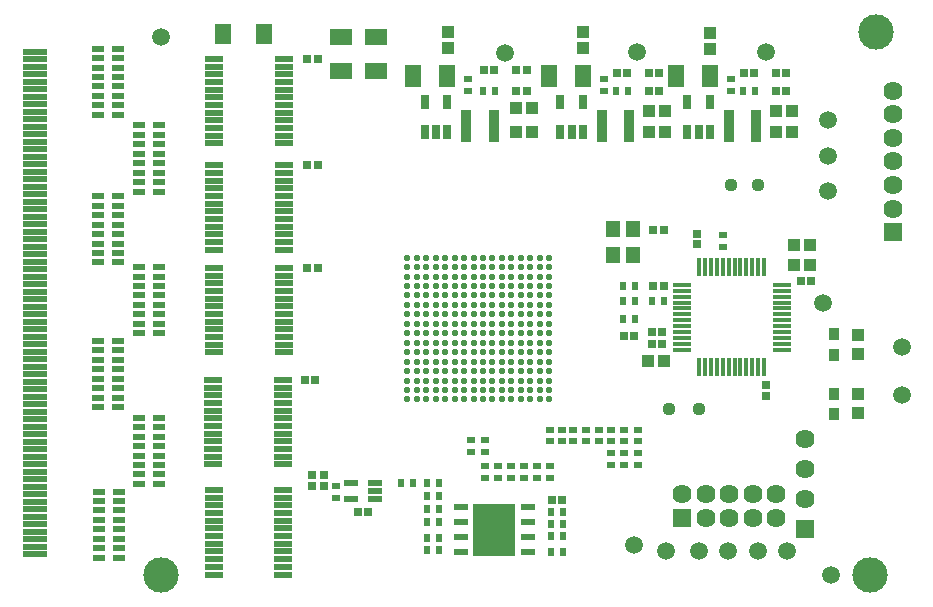
<source format=gts>
G04*
G04 #@! TF.GenerationSoftware,Altium Limited,Altium Designer,24.4.1 (13)*
G04*
G04 Layer_Color=8388736*
%FSLAX44Y44*%
%MOMM*%
G71*
G04*
G04 #@! TF.SameCoordinates,15E4D96D-5BE7-4AE5-8AB4-AC3752DCFCC4*
G04*
G04*
G04 #@! TF.FilePolarity,Negative*
G04*
G01*
G75*
%ADD39R,0.7200X0.6200*%
%ADD40R,0.6200X0.7200*%
%ADD41C,1.1200*%
%ADD42R,3.5700X4.4700*%
%ADD43R,1.1700X0.5700*%
%ADD44C,3.0000*%
%ADD45R,1.0200X1.1200*%
%ADD46R,1.5950X0.4200*%
%ADD47R,0.4200X1.5950*%
%ADD48R,0.7200X0.7600*%
%ADD49R,1.5950X0.5700*%
%ADD50R,1.1700X0.5200*%
%ADD51R,0.7600X0.7200*%
%ADD52R,1.0200X0.5700*%
%ADD53C,1.5200*%
%ADD54R,0.7200X1.2700*%
%ADD55R,0.9200X2.8200*%
%ADD56R,1.3700X1.7700*%
%ADD57R,1.1200X1.0200*%
%ADD58C,0.5400*%
%ADD59R,1.9200X1.4200*%
%ADD60R,1.4200X1.9200*%
%ADD61R,0.9200X1.0200*%
%ADD62R,1.0700X1.0200*%
%ADD63R,2.1200X0.5000*%
%ADD64R,1.2200X1.4200*%
%ADD65C,1.6200*%
%ADD66R,1.6200X1.6200*%
D39*
X649000Y363000D02*
D03*
Y353000D02*
D03*
X616000Y322000D02*
D03*
Y332000D02*
D03*
X680000Y353000D02*
D03*
Y363000D02*
D03*
X691000D02*
D03*
Y353000D02*
D03*
X724000Y343000D02*
D03*
Y333000D02*
D03*
Y363000D02*
D03*
Y353000D02*
D03*
X669000Y363000D02*
D03*
Y353000D02*
D03*
X649000Y332000D02*
D03*
Y322000D02*
D03*
X659000Y363000D02*
D03*
Y353000D02*
D03*
X468000Y305000D02*
D03*
Y315000D02*
D03*
X695000Y660000D02*
D03*
Y650000D02*
D03*
X802500Y660000D02*
D03*
Y650000D02*
D03*
X712000Y353000D02*
D03*
Y363000D02*
D03*
X627000Y322000D02*
D03*
Y332000D02*
D03*
X638000Y322000D02*
D03*
Y332000D02*
D03*
X594000D02*
D03*
Y322000D02*
D03*
X605000D02*
D03*
Y332000D02*
D03*
X594000Y344000D02*
D03*
Y354000D02*
D03*
X582000D02*
D03*
Y344000D02*
D03*
X712000Y333000D02*
D03*
Y343000D02*
D03*
X701000Y333000D02*
D03*
Y343000D02*
D03*
X701000Y353000D02*
D03*
Y363000D02*
D03*
X796000Y517500D02*
D03*
Y527500D02*
D03*
X580000Y650000D02*
D03*
Y660000D02*
D03*
D40*
X650000Y293000D02*
D03*
X660000D02*
D03*
X555000Y318000D02*
D03*
X545000D02*
D03*
Y307000D02*
D03*
X555000D02*
D03*
X523000Y318000D02*
D03*
X533000D02*
D03*
X555000Y261000D02*
D03*
X545000D02*
D03*
X660000Y259000D02*
D03*
X650000D02*
D03*
X545000Y296000D02*
D03*
X555000D02*
D03*
X711000Y472000D02*
D03*
X721000D02*
D03*
X711000Y484500D02*
D03*
X721000D02*
D03*
X711000Y457000D02*
D03*
X721000D02*
D03*
X660000Y283000D02*
D03*
X650000D02*
D03*
X555000Y271000D02*
D03*
X545000D02*
D03*
X555000Y285000D02*
D03*
X545000D02*
D03*
X736000Y472000D02*
D03*
X746000D02*
D03*
X650000Y273000D02*
D03*
X660000D02*
D03*
X812500Y650000D02*
D03*
X822500D02*
D03*
X705000D02*
D03*
X715000D02*
D03*
X592500D02*
D03*
X602500D02*
D03*
D41*
X750000Y380000D02*
D03*
X802500Y570000D02*
D03*
X825000D02*
D03*
X775000Y380000D02*
D03*
D42*
X602000Y278000D02*
D03*
D43*
X630500Y297050D02*
D03*
Y284350D02*
D03*
Y271650D02*
D03*
Y258950D02*
D03*
X573500D02*
D03*
Y271650D02*
D03*
Y284350D02*
D03*
Y297050D02*
D03*
D44*
X925000Y700000D02*
D03*
X320000Y240000D02*
D03*
X920000D02*
D03*
D45*
X745750Y421000D02*
D03*
X732250D02*
D03*
X854250Y615000D02*
D03*
X840750D02*
D03*
X634250Y635000D02*
D03*
X620750D02*
D03*
X854250Y632500D02*
D03*
X840750D02*
D03*
X733250Y615000D02*
D03*
X746750D02*
D03*
X869750Y502000D02*
D03*
X856250D02*
D03*
X869750Y519000D02*
D03*
X856250D02*
D03*
X733250Y632500D02*
D03*
X746750D02*
D03*
X634250Y615000D02*
D03*
X620750D02*
D03*
D46*
X760620Y485500D02*
D03*
Y480500D02*
D03*
Y475500D02*
D03*
Y470500D02*
D03*
Y465500D02*
D03*
Y460500D02*
D03*
Y455500D02*
D03*
Y450500D02*
D03*
Y445500D02*
D03*
Y440500D02*
D03*
Y435500D02*
D03*
Y430500D02*
D03*
X845380D02*
D03*
Y435500D02*
D03*
Y440500D02*
D03*
Y445500D02*
D03*
Y450500D02*
D03*
Y455500D02*
D03*
Y460500D02*
D03*
Y465500D02*
D03*
Y470500D02*
D03*
Y475500D02*
D03*
Y480500D02*
D03*
Y485500D02*
D03*
D47*
X775500Y415620D02*
D03*
X780500D02*
D03*
X785500D02*
D03*
X790500D02*
D03*
X795500D02*
D03*
X800500D02*
D03*
X805500D02*
D03*
X810500D02*
D03*
X815500D02*
D03*
X820500D02*
D03*
X825500D02*
D03*
X830500D02*
D03*
Y500380D02*
D03*
X825500D02*
D03*
X820500D02*
D03*
X815500D02*
D03*
X810500D02*
D03*
X805500D02*
D03*
X800500D02*
D03*
X795500D02*
D03*
X790500D02*
D03*
X785500D02*
D03*
X780500D02*
D03*
X775500D02*
D03*
D48*
X495400Y293000D02*
D03*
X486600D02*
D03*
X720400Y442000D02*
D03*
X711600D02*
D03*
X659400Y303000D02*
D03*
X650600D02*
D03*
X593100Y667500D02*
D03*
X601900D02*
D03*
X620600Y650000D02*
D03*
X629400D02*
D03*
Y667500D02*
D03*
X620600D02*
D03*
X735600Y446000D02*
D03*
X744400D02*
D03*
X452400Y500000D02*
D03*
X443600D02*
D03*
X450400Y405000D02*
D03*
X441600D02*
D03*
X714400Y665000D02*
D03*
X705600D02*
D03*
X745400Y532000D02*
D03*
X736600D02*
D03*
X741900Y665000D02*
D03*
X733100D02*
D03*
X741900Y650000D02*
D03*
X733100D02*
D03*
X744400Y435000D02*
D03*
X735600D02*
D03*
X840600Y665000D02*
D03*
X849400D02*
D03*
X840600Y650000D02*
D03*
X849400D02*
D03*
X821900Y665000D02*
D03*
X813100D02*
D03*
X861600Y489000D02*
D03*
X870400D02*
D03*
X745400Y484500D02*
D03*
X736600D02*
D03*
X443600Y587000D02*
D03*
X452400D02*
D03*
X443600Y677000D02*
D03*
X452400D02*
D03*
D49*
X423380Y311750D02*
D03*
Y305250D02*
D03*
Y298750D02*
D03*
Y292250D02*
D03*
Y285750D02*
D03*
Y279250D02*
D03*
Y272750D02*
D03*
Y266250D02*
D03*
Y259750D02*
D03*
Y253250D02*
D03*
Y246750D02*
D03*
Y240250D02*
D03*
X364620D02*
D03*
Y246750D02*
D03*
Y253250D02*
D03*
Y259750D02*
D03*
Y266250D02*
D03*
Y272750D02*
D03*
Y279250D02*
D03*
Y285750D02*
D03*
Y292250D02*
D03*
Y298750D02*
D03*
Y305250D02*
D03*
Y311750D02*
D03*
X423000Y405000D02*
D03*
Y398500D02*
D03*
Y392000D02*
D03*
Y385500D02*
D03*
Y379000D02*
D03*
Y372500D02*
D03*
Y366000D02*
D03*
Y359500D02*
D03*
Y353000D02*
D03*
Y346500D02*
D03*
Y340000D02*
D03*
Y333500D02*
D03*
X364240D02*
D03*
Y340000D02*
D03*
Y346500D02*
D03*
Y353000D02*
D03*
Y359500D02*
D03*
Y366000D02*
D03*
Y372500D02*
D03*
Y379000D02*
D03*
Y385500D02*
D03*
Y392000D02*
D03*
Y398500D02*
D03*
Y405000D02*
D03*
X423880Y676750D02*
D03*
Y670250D02*
D03*
Y663750D02*
D03*
Y657250D02*
D03*
Y650750D02*
D03*
Y644250D02*
D03*
Y637750D02*
D03*
Y631250D02*
D03*
Y624750D02*
D03*
Y618250D02*
D03*
Y611750D02*
D03*
Y605250D02*
D03*
X365120D02*
D03*
Y611750D02*
D03*
Y618250D02*
D03*
Y624750D02*
D03*
Y631250D02*
D03*
Y637750D02*
D03*
Y644250D02*
D03*
Y650750D02*
D03*
Y657250D02*
D03*
Y663750D02*
D03*
Y670250D02*
D03*
Y676750D02*
D03*
X423880Y499750D02*
D03*
Y493250D02*
D03*
Y486750D02*
D03*
Y480250D02*
D03*
Y473750D02*
D03*
Y467250D02*
D03*
Y460750D02*
D03*
Y454250D02*
D03*
Y447750D02*
D03*
Y441250D02*
D03*
Y434750D02*
D03*
Y428250D02*
D03*
X365120D02*
D03*
Y434750D02*
D03*
Y441250D02*
D03*
Y447750D02*
D03*
Y454250D02*
D03*
Y460750D02*
D03*
Y467250D02*
D03*
Y473750D02*
D03*
Y480250D02*
D03*
Y486750D02*
D03*
Y493250D02*
D03*
Y499750D02*
D03*
X365120Y586750D02*
D03*
Y580250D02*
D03*
Y573750D02*
D03*
Y567250D02*
D03*
Y560750D02*
D03*
Y554250D02*
D03*
Y547750D02*
D03*
Y541250D02*
D03*
Y534750D02*
D03*
Y528250D02*
D03*
Y521750D02*
D03*
Y515250D02*
D03*
X423880D02*
D03*
Y521750D02*
D03*
Y528250D02*
D03*
Y534750D02*
D03*
Y541250D02*
D03*
Y547750D02*
D03*
Y554250D02*
D03*
Y560750D02*
D03*
Y567250D02*
D03*
Y573750D02*
D03*
Y580250D02*
D03*
Y586750D02*
D03*
D50*
X501000Y304500D02*
D03*
Y311000D02*
D03*
Y317500D02*
D03*
X481000D02*
D03*
Y304500D02*
D03*
D51*
X458000Y315600D02*
D03*
Y324400D02*
D03*
X448000Y324400D02*
D03*
Y315600D02*
D03*
X773500Y520100D02*
D03*
Y528900D02*
D03*
X832000Y400400D02*
D03*
Y391600D02*
D03*
D52*
X301500Y444500D02*
D03*
Y452500D02*
D03*
Y468500D02*
D03*
Y460500D02*
D03*
Y484500D02*
D03*
Y500500D02*
D03*
Y492500D02*
D03*
Y476500D02*
D03*
X318500D02*
D03*
Y492500D02*
D03*
Y500500D02*
D03*
Y484500D02*
D03*
Y460500D02*
D03*
Y468500D02*
D03*
Y452500D02*
D03*
Y444500D02*
D03*
X266500Y382000D02*
D03*
Y390000D02*
D03*
Y406000D02*
D03*
Y398000D02*
D03*
Y422000D02*
D03*
Y438000D02*
D03*
Y430000D02*
D03*
Y414000D02*
D03*
X283500D02*
D03*
Y430000D02*
D03*
Y438000D02*
D03*
Y422000D02*
D03*
Y398000D02*
D03*
Y406000D02*
D03*
Y390000D02*
D03*
Y382000D02*
D03*
X301500Y317000D02*
D03*
Y325000D02*
D03*
Y341000D02*
D03*
Y333000D02*
D03*
Y357000D02*
D03*
Y373000D02*
D03*
Y365000D02*
D03*
Y349000D02*
D03*
X318500D02*
D03*
Y365000D02*
D03*
Y373000D02*
D03*
Y357000D02*
D03*
Y333000D02*
D03*
Y341000D02*
D03*
Y325000D02*
D03*
Y317000D02*
D03*
X301500Y564500D02*
D03*
Y572500D02*
D03*
Y588500D02*
D03*
Y580500D02*
D03*
Y604500D02*
D03*
Y620500D02*
D03*
Y612500D02*
D03*
Y596500D02*
D03*
X318500D02*
D03*
Y612500D02*
D03*
Y620500D02*
D03*
Y604500D02*
D03*
Y580500D02*
D03*
Y588500D02*
D03*
Y572500D02*
D03*
Y564500D02*
D03*
X284500Y254500D02*
D03*
Y262500D02*
D03*
Y278500D02*
D03*
Y270500D02*
D03*
Y294500D02*
D03*
Y310500D02*
D03*
Y302500D02*
D03*
Y286500D02*
D03*
X267500D02*
D03*
Y302500D02*
D03*
Y310500D02*
D03*
Y294500D02*
D03*
Y270500D02*
D03*
Y278500D02*
D03*
Y262500D02*
D03*
Y254500D02*
D03*
X283500Y504500D02*
D03*
Y512500D02*
D03*
Y528500D02*
D03*
Y520500D02*
D03*
Y544500D02*
D03*
Y560500D02*
D03*
Y552500D02*
D03*
Y536500D02*
D03*
X266500D02*
D03*
Y552500D02*
D03*
Y560500D02*
D03*
Y544500D02*
D03*
Y520500D02*
D03*
Y528500D02*
D03*
Y512500D02*
D03*
Y504500D02*
D03*
X283500Y629500D02*
D03*
Y637500D02*
D03*
Y653500D02*
D03*
Y645500D02*
D03*
Y669500D02*
D03*
Y685500D02*
D03*
Y677500D02*
D03*
Y661500D02*
D03*
X266500D02*
D03*
Y677500D02*
D03*
Y685500D02*
D03*
Y669500D02*
D03*
Y645500D02*
D03*
Y653500D02*
D03*
Y637500D02*
D03*
Y629500D02*
D03*
D53*
X832500Y682500D02*
D03*
X722500D02*
D03*
X611000Y682000D02*
D03*
X320000Y695000D02*
D03*
X947500Y392500D02*
D03*
Y432500D02*
D03*
X887500Y240000D02*
D03*
X720000Y265000D02*
D03*
X885000Y625000D02*
D03*
Y595000D02*
D03*
X880000Y470000D02*
D03*
X885000Y565000D02*
D03*
X850000Y260000D02*
D03*
X825000D02*
D03*
X800000D02*
D03*
X775000D02*
D03*
X747500D02*
D03*
D54*
X543000Y640500D02*
D03*
X562000D02*
D03*
Y614500D02*
D03*
X552500D02*
D03*
X543000D02*
D03*
X658000Y640500D02*
D03*
X677000D02*
D03*
Y614500D02*
D03*
X667500D02*
D03*
X658000D02*
D03*
X765500Y640500D02*
D03*
X784500D02*
D03*
Y614500D02*
D03*
X775000D02*
D03*
X765500D02*
D03*
D55*
X824000Y620000D02*
D03*
X801000D02*
D03*
X693500D02*
D03*
X716500D02*
D03*
X578500D02*
D03*
X601500D02*
D03*
D56*
X372750Y697500D02*
D03*
X407250D02*
D03*
D57*
X677500Y699250D02*
D03*
Y685750D02*
D03*
X785000Y685000D02*
D03*
Y698500D02*
D03*
X562500Y685750D02*
D03*
Y699250D02*
D03*
D58*
X528500Y508500D02*
D03*
X536500D02*
D03*
X544500D02*
D03*
X552500D02*
D03*
X560500D02*
D03*
X568500D02*
D03*
X576500D02*
D03*
X584500D02*
D03*
X592500D02*
D03*
X600500D02*
D03*
X608500D02*
D03*
X616500D02*
D03*
X624500D02*
D03*
X632500D02*
D03*
X640500D02*
D03*
X648500D02*
D03*
X528500Y500500D02*
D03*
X536500D02*
D03*
X544500D02*
D03*
X552500D02*
D03*
X560500D02*
D03*
X568500D02*
D03*
X576500D02*
D03*
X584500D02*
D03*
X592500D02*
D03*
X600500D02*
D03*
X608500D02*
D03*
X616500D02*
D03*
X624500D02*
D03*
X632500D02*
D03*
X640500D02*
D03*
X648500D02*
D03*
X528500Y492500D02*
D03*
X536500D02*
D03*
X544500D02*
D03*
X552500D02*
D03*
X560500D02*
D03*
X568500D02*
D03*
X576500D02*
D03*
X584500D02*
D03*
X592500D02*
D03*
X600500D02*
D03*
X608500D02*
D03*
X616500D02*
D03*
X624500D02*
D03*
X632500D02*
D03*
X640500D02*
D03*
X648500D02*
D03*
X528500Y484500D02*
D03*
X536500D02*
D03*
X544500D02*
D03*
X552500D02*
D03*
X560500D02*
D03*
X568500D02*
D03*
X576500D02*
D03*
X584500D02*
D03*
X592500D02*
D03*
X600500D02*
D03*
X608500D02*
D03*
X616500D02*
D03*
X624500D02*
D03*
X632500D02*
D03*
X640500D02*
D03*
X648500D02*
D03*
X528500Y476500D02*
D03*
X536500D02*
D03*
X544500D02*
D03*
X552500D02*
D03*
X560500D02*
D03*
X568500D02*
D03*
X576500D02*
D03*
X584500D02*
D03*
X592500D02*
D03*
X600500D02*
D03*
X608500D02*
D03*
X616500D02*
D03*
X624500D02*
D03*
X632500D02*
D03*
X640500D02*
D03*
X648500D02*
D03*
X528500Y468500D02*
D03*
X536500D02*
D03*
X544500D02*
D03*
X552500D02*
D03*
X560500D02*
D03*
X568500D02*
D03*
X576500D02*
D03*
X584500D02*
D03*
X592500D02*
D03*
X600500D02*
D03*
X608500D02*
D03*
X616500D02*
D03*
X624500D02*
D03*
X632500D02*
D03*
X640500D02*
D03*
X648500D02*
D03*
X528500Y460500D02*
D03*
X536500D02*
D03*
X544500D02*
D03*
X552500D02*
D03*
X560500D02*
D03*
X568500D02*
D03*
X576500D02*
D03*
X584500D02*
D03*
X592500D02*
D03*
X600500D02*
D03*
X608500D02*
D03*
X616500D02*
D03*
X624500D02*
D03*
X632500D02*
D03*
X640500D02*
D03*
X648500D02*
D03*
X528500Y452500D02*
D03*
X536500D02*
D03*
X544500D02*
D03*
X552500D02*
D03*
X560500D02*
D03*
X568500D02*
D03*
X576500D02*
D03*
X584500D02*
D03*
X592500D02*
D03*
X600500D02*
D03*
X608500D02*
D03*
X616500D02*
D03*
X624500D02*
D03*
X632500D02*
D03*
X640500D02*
D03*
X648500D02*
D03*
X528500Y444500D02*
D03*
X536500D02*
D03*
X544500D02*
D03*
X552500D02*
D03*
X560500D02*
D03*
X568500D02*
D03*
X576500D02*
D03*
X584500D02*
D03*
X592500D02*
D03*
X600500D02*
D03*
X608500D02*
D03*
X616500D02*
D03*
X624500D02*
D03*
X632500D02*
D03*
X640500D02*
D03*
X648500D02*
D03*
X528500Y436500D02*
D03*
X536500D02*
D03*
X544500D02*
D03*
X552500D02*
D03*
X560500D02*
D03*
X568500D02*
D03*
X576500D02*
D03*
X584500D02*
D03*
X592500D02*
D03*
X600500D02*
D03*
X608500D02*
D03*
X616500D02*
D03*
X624500D02*
D03*
X632500D02*
D03*
X640500D02*
D03*
X648500D02*
D03*
X528500Y428500D02*
D03*
X536500D02*
D03*
X544500D02*
D03*
X552500D02*
D03*
X560500D02*
D03*
X568500D02*
D03*
X576500D02*
D03*
X584500D02*
D03*
X592500D02*
D03*
X600500D02*
D03*
X608500D02*
D03*
X616500D02*
D03*
X624500D02*
D03*
X632500D02*
D03*
X640500D02*
D03*
X648500D02*
D03*
X528500Y420500D02*
D03*
X536500D02*
D03*
X544500D02*
D03*
X552500D02*
D03*
X560500D02*
D03*
X568500D02*
D03*
X576500D02*
D03*
X584500D02*
D03*
X592500D02*
D03*
X600500D02*
D03*
X608500D02*
D03*
X616500D02*
D03*
X624500D02*
D03*
X632500D02*
D03*
X640500D02*
D03*
X648500D02*
D03*
X528500Y412500D02*
D03*
X536500D02*
D03*
X544500D02*
D03*
X552500D02*
D03*
X560500D02*
D03*
X568500D02*
D03*
X576500D02*
D03*
X584500D02*
D03*
X592500D02*
D03*
X600500D02*
D03*
X608500D02*
D03*
X616500D02*
D03*
X624500D02*
D03*
X632500D02*
D03*
X640500D02*
D03*
X648500D02*
D03*
X528500Y404500D02*
D03*
X536500D02*
D03*
X544500D02*
D03*
X552500D02*
D03*
X560500D02*
D03*
X568500D02*
D03*
X576500D02*
D03*
X584500D02*
D03*
X592500D02*
D03*
X600500D02*
D03*
X608500D02*
D03*
X616500D02*
D03*
X624500D02*
D03*
X632500D02*
D03*
X640500D02*
D03*
X648500D02*
D03*
X528500Y396500D02*
D03*
X536500D02*
D03*
X544500D02*
D03*
X552500D02*
D03*
X560500D02*
D03*
X568500D02*
D03*
X576500D02*
D03*
X584500D02*
D03*
X592500D02*
D03*
X600500D02*
D03*
X608500D02*
D03*
X616500D02*
D03*
X624500D02*
D03*
X632500D02*
D03*
X640500D02*
D03*
X648500D02*
D03*
X528500Y388500D02*
D03*
X536500D02*
D03*
X544500D02*
D03*
X552500D02*
D03*
X560500D02*
D03*
X568500D02*
D03*
X576500D02*
D03*
X584500D02*
D03*
X592500D02*
D03*
X600500D02*
D03*
X608500D02*
D03*
X616500D02*
D03*
X624500D02*
D03*
X632500D02*
D03*
X640500D02*
D03*
X648500D02*
D03*
D59*
X502000Y695500D02*
D03*
Y666500D02*
D03*
X472000Y695500D02*
D03*
Y666500D02*
D03*
D60*
X755500Y662500D02*
D03*
X784500D02*
D03*
X648000D02*
D03*
X677000D02*
D03*
X533000D02*
D03*
X562000D02*
D03*
D61*
X890000Y376500D02*
D03*
Y393500D02*
D03*
Y426500D02*
D03*
Y443500D02*
D03*
D62*
X910000Y377000D02*
D03*
Y393000D02*
D03*
Y427000D02*
D03*
Y443000D02*
D03*
D63*
X213000Y644625D02*
D03*
Y638275D02*
D03*
Y631925D02*
D03*
Y625575D02*
D03*
Y682725D02*
D03*
Y670025D02*
D03*
Y657325D02*
D03*
Y619225D02*
D03*
Y606525D02*
D03*
Y593825D02*
D03*
Y581125D02*
D03*
Y568425D02*
D03*
Y555725D02*
D03*
Y543025D02*
D03*
Y530325D02*
D03*
Y517625D02*
D03*
Y504925D02*
D03*
Y492225D02*
D03*
Y479525D02*
D03*
Y466825D02*
D03*
Y454125D02*
D03*
Y441425D02*
D03*
Y428725D02*
D03*
Y416025D02*
D03*
Y403325D02*
D03*
Y390625D02*
D03*
Y377925D02*
D03*
Y365225D02*
D03*
Y352525D02*
D03*
Y339825D02*
D03*
Y327125D02*
D03*
Y314425D02*
D03*
Y301725D02*
D03*
Y289025D02*
D03*
Y276325D02*
D03*
Y263625D02*
D03*
Y676375D02*
D03*
Y663675D02*
D03*
Y650975D02*
D03*
Y612875D02*
D03*
Y600175D02*
D03*
Y587475D02*
D03*
Y574775D02*
D03*
Y562075D02*
D03*
Y549375D02*
D03*
Y536675D02*
D03*
Y523975D02*
D03*
Y511275D02*
D03*
Y498575D02*
D03*
Y485875D02*
D03*
Y473175D02*
D03*
Y460475D02*
D03*
Y447775D02*
D03*
Y435075D02*
D03*
Y422375D02*
D03*
Y409675D02*
D03*
Y396975D02*
D03*
Y384275D02*
D03*
Y371575D02*
D03*
Y358875D02*
D03*
Y346175D02*
D03*
Y333475D02*
D03*
Y320775D02*
D03*
Y308075D02*
D03*
Y295375D02*
D03*
Y282675D02*
D03*
Y269975D02*
D03*
Y257275D02*
D03*
D64*
X702500Y533000D02*
D03*
X719500D02*
D03*
X702500Y511000D02*
D03*
X719500D02*
D03*
D65*
X865000Y355400D02*
D03*
Y304600D02*
D03*
Y330000D02*
D03*
X940000Y590000D02*
D03*
Y610000D02*
D03*
Y630000D02*
D03*
Y550000D02*
D03*
Y570000D02*
D03*
Y650000D02*
D03*
X761000Y308000D02*
D03*
X781000Y288000D02*
D03*
Y308000D02*
D03*
X801000Y288000D02*
D03*
Y308000D02*
D03*
X821000Y288000D02*
D03*
Y308000D02*
D03*
X841000Y288000D02*
D03*
Y308000D02*
D03*
D66*
X865000Y279200D02*
D03*
X940000Y530000D02*
D03*
X761000Y288000D02*
D03*
M02*

</source>
